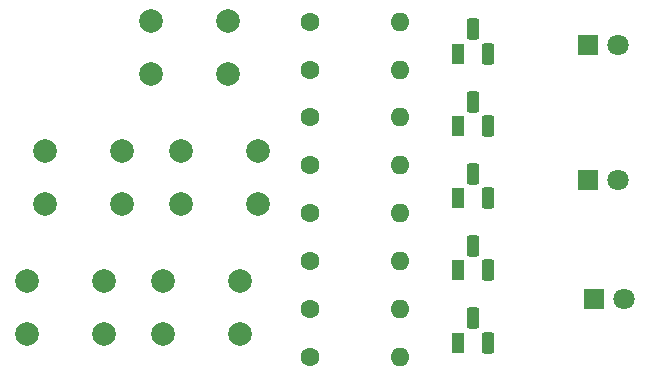
<source format=gbs>
G04 #@! TF.GenerationSoftware,KiCad,Pcbnew,9.0.1*
G04 #@! TF.CreationDate,2025-05-23T23:34:19-04:00*
G04 #@! TF.ProjectId,logic01,6c6f6769-6330-4312-9e6b-696361645f70,rev?*
G04 #@! TF.SameCoordinates,Original*
G04 #@! TF.FileFunction,Soldermask,Bot*
G04 #@! TF.FilePolarity,Negative*
%FSLAX46Y46*%
G04 Gerber Fmt 4.6, Leading zero omitted, Abs format (unit mm)*
G04 Created by KiCad (PCBNEW 9.0.1) date 2025-05-23 23:34:19*
%MOMM*%
%LPD*%
G01*
G04 APERTURE LIST*
G04 Aperture macros list*
%AMRoundRect*
0 Rectangle with rounded corners*
0 $1 Rounding radius*
0 $2 $3 $4 $5 $6 $7 $8 $9 X,Y pos of 4 corners*
0 Add a 4 corners polygon primitive as box body*
4,1,4,$2,$3,$4,$5,$6,$7,$8,$9,$2,$3,0*
0 Add four circle primitives for the rounded corners*
1,1,$1+$1,$2,$3*
1,1,$1+$1,$4,$5*
1,1,$1+$1,$6,$7*
1,1,$1+$1,$8,$9*
0 Add four rect primitives between the rounded corners*
20,1,$1+$1,$2,$3,$4,$5,0*
20,1,$1+$1,$4,$5,$6,$7,0*
20,1,$1+$1,$6,$7,$8,$9,0*
20,1,$1+$1,$8,$9,$2,$3,0*%
G04 Aperture macros list end*
%ADD10C,2.000000*%
%ADD11C,1.600000*%
%ADD12O,1.600000X1.600000*%
%ADD13RoundRect,0.275000X-0.275000X-0.625000X0.275000X-0.625000X0.275000X0.625000X-0.275000X0.625000X0*%
%ADD14R,1.100000X1.800000*%
%ADD15C,1.800000*%
%ADD16R,1.800000X1.800000*%
G04 APERTURE END LIST*
D10*
G04 #@! TO.C,SW1*
X131121000Y-80629000D03*
X137621000Y-80629000D03*
X131121000Y-85129000D03*
X137621000Y-85129000D03*
G04 #@! TD*
G04 #@! TO.C,SW2*
X122121000Y-91629000D03*
X128621000Y-91629000D03*
X122121000Y-96129000D03*
X128621000Y-96129000D03*
G04 #@! TD*
D11*
G04 #@! TO.C,R2*
X144581000Y-84749000D03*
D12*
X152201000Y-84749000D03*
G04 #@! TD*
D11*
G04 #@! TO.C,R3*
X144581000Y-88799000D03*
D12*
X152201000Y-88799000D03*
G04 #@! TD*
D11*
G04 #@! TO.C,R5*
X144581000Y-96899000D03*
D12*
X152201000Y-96899000D03*
G04 #@! TD*
D11*
G04 #@! TO.C,R6*
X144581000Y-100949000D03*
D12*
X152201000Y-100949000D03*
G04 #@! TD*
D11*
G04 #@! TO.C,R8*
X144581000Y-109049000D03*
D12*
X152201000Y-109049000D03*
G04 #@! TD*
D11*
G04 #@! TO.C,R7*
X144581000Y-104999000D03*
D12*
X152201000Y-104999000D03*
G04 #@! TD*
D11*
G04 #@! TO.C,R4*
X144581000Y-92849000D03*
D12*
X152201000Y-92849000D03*
G04 #@! TD*
D10*
G04 #@! TO.C,SW5*
X138621000Y-107129000D03*
X132121000Y-107129000D03*
X138621000Y-102629000D03*
X132121000Y-102629000D03*
G04 #@! TD*
G04 #@! TO.C,SW4*
X127121000Y-107129000D03*
X120621000Y-107129000D03*
X127121000Y-102629000D03*
X120621000Y-102629000D03*
G04 #@! TD*
G04 #@! TO.C,SW3*
X140121000Y-96129000D03*
X133621000Y-96129000D03*
X140121000Y-91629000D03*
X133621000Y-91629000D03*
G04 #@! TD*
D12*
G04 #@! TO.C,R1*
X152201000Y-80699000D03*
D11*
X144581000Y-80699000D03*
G04 #@! TD*
D13*
G04 #@! TO.C,Q5*
X159661000Y-107859000D03*
X158391000Y-105789000D03*
D14*
X157121000Y-107859000D03*
G04 #@! TD*
D13*
G04 #@! TO.C,Q4*
X159661000Y-101749000D03*
X158391000Y-99679000D03*
D14*
X157121000Y-101749000D03*
G04 #@! TD*
D13*
G04 #@! TO.C,Q3*
X159661000Y-95639000D03*
X158391000Y-93569000D03*
D14*
X157121000Y-95639000D03*
G04 #@! TD*
D13*
G04 #@! TO.C,Q2*
X159661000Y-89529000D03*
X158391000Y-87459000D03*
D14*
X157121000Y-89529000D03*
G04 #@! TD*
D13*
G04 #@! TO.C,Q1*
X159661000Y-83419000D03*
X158391000Y-81349000D03*
D14*
X157121000Y-83419000D03*
G04 #@! TD*
D15*
G04 #@! TO.C,D3*
X171121000Y-104129000D03*
D16*
X168581000Y-104129000D03*
G04 #@! TD*
D15*
G04 #@! TO.C,D2*
X170621000Y-94129000D03*
D16*
X168081000Y-94129000D03*
G04 #@! TD*
D15*
G04 #@! TO.C,D1*
X170621000Y-82629000D03*
D16*
X168081000Y-82629000D03*
G04 #@! TD*
M02*

</source>
